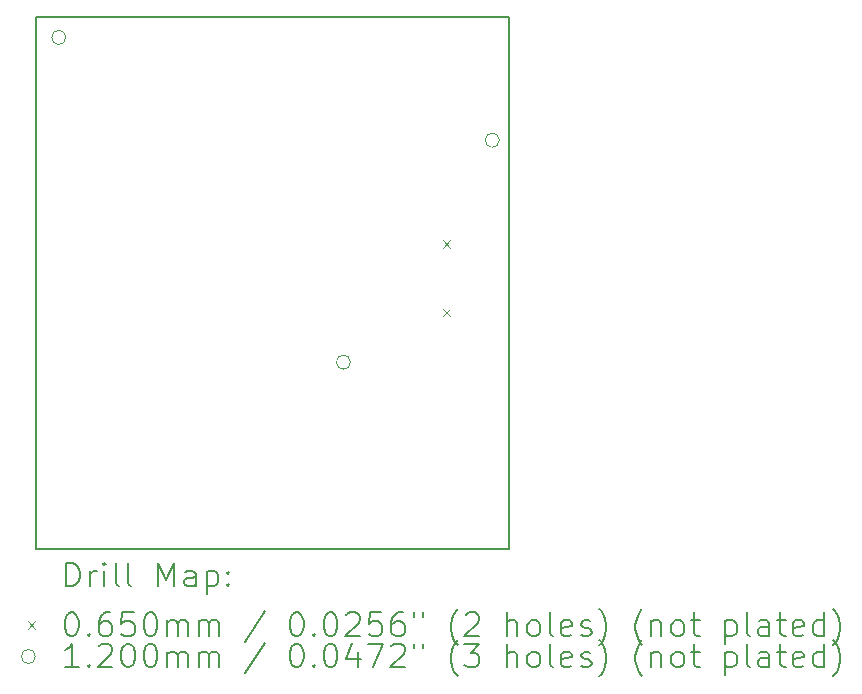
<source format=gbr>
%TF.GenerationSoftware,KiCad,Pcbnew,7.0.3-24-g09febce4ce*%
%TF.CreationDate,2023-05-24T02:24:57-07:00*%
%TF.ProjectId,t962,74393632-2e6b-4696-9361-645f70636258,2.0*%
%TF.SameCoordinates,Original*%
%TF.FileFunction,Drillmap*%
%TF.FilePolarity,Positive*%
%FSLAX45Y45*%
G04 Gerber Fmt 4.5, Leading zero omitted, Abs format (unit mm)*
G04 Created by KiCad (PCBNEW 7.0.3-24-g09febce4ce) date 2023-05-24 02:24:57*
%MOMM*%
%LPD*%
G01*
G04 APERTURE LIST*
%ADD10C,0.150000*%
%ADD11C,0.200000*%
%ADD12C,0.065000*%
%ADD13C,0.120000*%
G04 APERTURE END LIST*
D10*
X16790000Y-7610000D02*
X16380000Y-7610000D01*
X16790000Y-3110000D02*
X16790000Y-7610000D01*
X12790000Y-7610000D02*
X16380000Y-7610000D01*
X12790000Y-3110000D02*
X12790000Y-7610000D01*
X16790000Y-3110000D02*
X12790000Y-3110000D01*
D11*
D12*
X16229500Y-4998500D02*
X16294500Y-5063500D01*
X16294500Y-4998500D02*
X16229500Y-5063500D01*
X16229500Y-5576500D02*
X16294500Y-5641500D01*
X16294500Y-5576500D02*
X16229500Y-5641500D01*
D13*
X13040000Y-3280000D02*
G75*
G03*
X13040000Y-3280000I-60000J0D01*
G01*
X15450000Y-6030000D02*
G75*
G03*
X15450000Y-6030000I-60000J0D01*
G01*
X16710000Y-4150000D02*
G75*
G03*
X16710000Y-4150000I-60000J0D01*
G01*
D11*
X13043277Y-7928984D02*
X13043277Y-7728984D01*
X13043277Y-7728984D02*
X13090896Y-7728984D01*
X13090896Y-7728984D02*
X13119467Y-7738508D01*
X13119467Y-7738508D02*
X13138515Y-7757555D01*
X13138515Y-7757555D02*
X13148039Y-7776603D01*
X13148039Y-7776603D02*
X13157562Y-7814698D01*
X13157562Y-7814698D02*
X13157562Y-7843269D01*
X13157562Y-7843269D02*
X13148039Y-7881365D01*
X13148039Y-7881365D02*
X13138515Y-7900412D01*
X13138515Y-7900412D02*
X13119467Y-7919460D01*
X13119467Y-7919460D02*
X13090896Y-7928984D01*
X13090896Y-7928984D02*
X13043277Y-7928984D01*
X13243277Y-7928984D02*
X13243277Y-7795650D01*
X13243277Y-7833746D02*
X13252801Y-7814698D01*
X13252801Y-7814698D02*
X13262324Y-7805174D01*
X13262324Y-7805174D02*
X13281372Y-7795650D01*
X13281372Y-7795650D02*
X13300420Y-7795650D01*
X13367086Y-7928984D02*
X13367086Y-7795650D01*
X13367086Y-7728984D02*
X13357562Y-7738508D01*
X13357562Y-7738508D02*
X13367086Y-7748031D01*
X13367086Y-7748031D02*
X13376610Y-7738508D01*
X13376610Y-7738508D02*
X13367086Y-7728984D01*
X13367086Y-7728984D02*
X13367086Y-7748031D01*
X13490896Y-7928984D02*
X13471848Y-7919460D01*
X13471848Y-7919460D02*
X13462324Y-7900412D01*
X13462324Y-7900412D02*
X13462324Y-7728984D01*
X13595658Y-7928984D02*
X13576610Y-7919460D01*
X13576610Y-7919460D02*
X13567086Y-7900412D01*
X13567086Y-7900412D02*
X13567086Y-7728984D01*
X13824229Y-7928984D02*
X13824229Y-7728984D01*
X13824229Y-7728984D02*
X13890896Y-7871841D01*
X13890896Y-7871841D02*
X13957562Y-7728984D01*
X13957562Y-7728984D02*
X13957562Y-7928984D01*
X14138515Y-7928984D02*
X14138515Y-7824222D01*
X14138515Y-7824222D02*
X14128991Y-7805174D01*
X14128991Y-7805174D02*
X14109943Y-7795650D01*
X14109943Y-7795650D02*
X14071848Y-7795650D01*
X14071848Y-7795650D02*
X14052801Y-7805174D01*
X14138515Y-7919460D02*
X14119467Y-7928984D01*
X14119467Y-7928984D02*
X14071848Y-7928984D01*
X14071848Y-7928984D02*
X14052801Y-7919460D01*
X14052801Y-7919460D02*
X14043277Y-7900412D01*
X14043277Y-7900412D02*
X14043277Y-7881365D01*
X14043277Y-7881365D02*
X14052801Y-7862317D01*
X14052801Y-7862317D02*
X14071848Y-7852793D01*
X14071848Y-7852793D02*
X14119467Y-7852793D01*
X14119467Y-7852793D02*
X14138515Y-7843269D01*
X14233753Y-7795650D02*
X14233753Y-7995650D01*
X14233753Y-7805174D02*
X14252801Y-7795650D01*
X14252801Y-7795650D02*
X14290896Y-7795650D01*
X14290896Y-7795650D02*
X14309943Y-7805174D01*
X14309943Y-7805174D02*
X14319467Y-7814698D01*
X14319467Y-7814698D02*
X14328991Y-7833746D01*
X14328991Y-7833746D02*
X14328991Y-7890888D01*
X14328991Y-7890888D02*
X14319467Y-7909936D01*
X14319467Y-7909936D02*
X14309943Y-7919460D01*
X14309943Y-7919460D02*
X14290896Y-7928984D01*
X14290896Y-7928984D02*
X14252801Y-7928984D01*
X14252801Y-7928984D02*
X14233753Y-7919460D01*
X14414705Y-7909936D02*
X14424229Y-7919460D01*
X14424229Y-7919460D02*
X14414705Y-7928984D01*
X14414705Y-7928984D02*
X14405182Y-7919460D01*
X14405182Y-7919460D02*
X14414705Y-7909936D01*
X14414705Y-7909936D02*
X14414705Y-7928984D01*
X14414705Y-7805174D02*
X14424229Y-7814698D01*
X14424229Y-7814698D02*
X14414705Y-7824222D01*
X14414705Y-7824222D02*
X14405182Y-7814698D01*
X14405182Y-7814698D02*
X14414705Y-7805174D01*
X14414705Y-7805174D02*
X14414705Y-7824222D01*
D12*
X12717500Y-8225000D02*
X12782500Y-8290000D01*
X12782500Y-8225000D02*
X12717500Y-8290000D01*
D11*
X13081372Y-8148984D02*
X13100420Y-8148984D01*
X13100420Y-8148984D02*
X13119467Y-8158508D01*
X13119467Y-8158508D02*
X13128991Y-8168031D01*
X13128991Y-8168031D02*
X13138515Y-8187079D01*
X13138515Y-8187079D02*
X13148039Y-8225174D01*
X13148039Y-8225174D02*
X13148039Y-8272793D01*
X13148039Y-8272793D02*
X13138515Y-8310888D01*
X13138515Y-8310888D02*
X13128991Y-8329936D01*
X13128991Y-8329936D02*
X13119467Y-8339460D01*
X13119467Y-8339460D02*
X13100420Y-8348984D01*
X13100420Y-8348984D02*
X13081372Y-8348984D01*
X13081372Y-8348984D02*
X13062324Y-8339460D01*
X13062324Y-8339460D02*
X13052801Y-8329936D01*
X13052801Y-8329936D02*
X13043277Y-8310888D01*
X13043277Y-8310888D02*
X13033753Y-8272793D01*
X13033753Y-8272793D02*
X13033753Y-8225174D01*
X13033753Y-8225174D02*
X13043277Y-8187079D01*
X13043277Y-8187079D02*
X13052801Y-8168031D01*
X13052801Y-8168031D02*
X13062324Y-8158508D01*
X13062324Y-8158508D02*
X13081372Y-8148984D01*
X13233753Y-8329936D02*
X13243277Y-8339460D01*
X13243277Y-8339460D02*
X13233753Y-8348984D01*
X13233753Y-8348984D02*
X13224229Y-8339460D01*
X13224229Y-8339460D02*
X13233753Y-8329936D01*
X13233753Y-8329936D02*
X13233753Y-8348984D01*
X13414705Y-8148984D02*
X13376610Y-8148984D01*
X13376610Y-8148984D02*
X13357562Y-8158508D01*
X13357562Y-8158508D02*
X13348039Y-8168031D01*
X13348039Y-8168031D02*
X13328991Y-8196603D01*
X13328991Y-8196603D02*
X13319467Y-8234698D01*
X13319467Y-8234698D02*
X13319467Y-8310888D01*
X13319467Y-8310888D02*
X13328991Y-8329936D01*
X13328991Y-8329936D02*
X13338515Y-8339460D01*
X13338515Y-8339460D02*
X13357562Y-8348984D01*
X13357562Y-8348984D02*
X13395658Y-8348984D01*
X13395658Y-8348984D02*
X13414705Y-8339460D01*
X13414705Y-8339460D02*
X13424229Y-8329936D01*
X13424229Y-8329936D02*
X13433753Y-8310888D01*
X13433753Y-8310888D02*
X13433753Y-8263269D01*
X13433753Y-8263269D02*
X13424229Y-8244222D01*
X13424229Y-8244222D02*
X13414705Y-8234698D01*
X13414705Y-8234698D02*
X13395658Y-8225174D01*
X13395658Y-8225174D02*
X13357562Y-8225174D01*
X13357562Y-8225174D02*
X13338515Y-8234698D01*
X13338515Y-8234698D02*
X13328991Y-8244222D01*
X13328991Y-8244222D02*
X13319467Y-8263269D01*
X13614705Y-8148984D02*
X13519467Y-8148984D01*
X13519467Y-8148984D02*
X13509943Y-8244222D01*
X13509943Y-8244222D02*
X13519467Y-8234698D01*
X13519467Y-8234698D02*
X13538515Y-8225174D01*
X13538515Y-8225174D02*
X13586134Y-8225174D01*
X13586134Y-8225174D02*
X13605182Y-8234698D01*
X13605182Y-8234698D02*
X13614705Y-8244222D01*
X13614705Y-8244222D02*
X13624229Y-8263269D01*
X13624229Y-8263269D02*
X13624229Y-8310888D01*
X13624229Y-8310888D02*
X13614705Y-8329936D01*
X13614705Y-8329936D02*
X13605182Y-8339460D01*
X13605182Y-8339460D02*
X13586134Y-8348984D01*
X13586134Y-8348984D02*
X13538515Y-8348984D01*
X13538515Y-8348984D02*
X13519467Y-8339460D01*
X13519467Y-8339460D02*
X13509943Y-8329936D01*
X13748039Y-8148984D02*
X13767086Y-8148984D01*
X13767086Y-8148984D02*
X13786134Y-8158508D01*
X13786134Y-8158508D02*
X13795658Y-8168031D01*
X13795658Y-8168031D02*
X13805182Y-8187079D01*
X13805182Y-8187079D02*
X13814705Y-8225174D01*
X13814705Y-8225174D02*
X13814705Y-8272793D01*
X13814705Y-8272793D02*
X13805182Y-8310888D01*
X13805182Y-8310888D02*
X13795658Y-8329936D01*
X13795658Y-8329936D02*
X13786134Y-8339460D01*
X13786134Y-8339460D02*
X13767086Y-8348984D01*
X13767086Y-8348984D02*
X13748039Y-8348984D01*
X13748039Y-8348984D02*
X13728991Y-8339460D01*
X13728991Y-8339460D02*
X13719467Y-8329936D01*
X13719467Y-8329936D02*
X13709943Y-8310888D01*
X13709943Y-8310888D02*
X13700420Y-8272793D01*
X13700420Y-8272793D02*
X13700420Y-8225174D01*
X13700420Y-8225174D02*
X13709943Y-8187079D01*
X13709943Y-8187079D02*
X13719467Y-8168031D01*
X13719467Y-8168031D02*
X13728991Y-8158508D01*
X13728991Y-8158508D02*
X13748039Y-8148984D01*
X13900420Y-8348984D02*
X13900420Y-8215650D01*
X13900420Y-8234698D02*
X13909943Y-8225174D01*
X13909943Y-8225174D02*
X13928991Y-8215650D01*
X13928991Y-8215650D02*
X13957563Y-8215650D01*
X13957563Y-8215650D02*
X13976610Y-8225174D01*
X13976610Y-8225174D02*
X13986134Y-8244222D01*
X13986134Y-8244222D02*
X13986134Y-8348984D01*
X13986134Y-8244222D02*
X13995658Y-8225174D01*
X13995658Y-8225174D02*
X14014705Y-8215650D01*
X14014705Y-8215650D02*
X14043277Y-8215650D01*
X14043277Y-8215650D02*
X14062324Y-8225174D01*
X14062324Y-8225174D02*
X14071848Y-8244222D01*
X14071848Y-8244222D02*
X14071848Y-8348984D01*
X14167086Y-8348984D02*
X14167086Y-8215650D01*
X14167086Y-8234698D02*
X14176610Y-8225174D01*
X14176610Y-8225174D02*
X14195658Y-8215650D01*
X14195658Y-8215650D02*
X14224229Y-8215650D01*
X14224229Y-8215650D02*
X14243277Y-8225174D01*
X14243277Y-8225174D02*
X14252801Y-8244222D01*
X14252801Y-8244222D02*
X14252801Y-8348984D01*
X14252801Y-8244222D02*
X14262324Y-8225174D01*
X14262324Y-8225174D02*
X14281372Y-8215650D01*
X14281372Y-8215650D02*
X14309943Y-8215650D01*
X14309943Y-8215650D02*
X14328991Y-8225174D01*
X14328991Y-8225174D02*
X14338515Y-8244222D01*
X14338515Y-8244222D02*
X14338515Y-8348984D01*
X14728991Y-8139460D02*
X14557563Y-8396603D01*
X14986134Y-8148984D02*
X15005182Y-8148984D01*
X15005182Y-8148984D02*
X15024229Y-8158508D01*
X15024229Y-8158508D02*
X15033753Y-8168031D01*
X15033753Y-8168031D02*
X15043277Y-8187079D01*
X15043277Y-8187079D02*
X15052801Y-8225174D01*
X15052801Y-8225174D02*
X15052801Y-8272793D01*
X15052801Y-8272793D02*
X15043277Y-8310888D01*
X15043277Y-8310888D02*
X15033753Y-8329936D01*
X15033753Y-8329936D02*
X15024229Y-8339460D01*
X15024229Y-8339460D02*
X15005182Y-8348984D01*
X15005182Y-8348984D02*
X14986134Y-8348984D01*
X14986134Y-8348984D02*
X14967086Y-8339460D01*
X14967086Y-8339460D02*
X14957563Y-8329936D01*
X14957563Y-8329936D02*
X14948039Y-8310888D01*
X14948039Y-8310888D02*
X14938515Y-8272793D01*
X14938515Y-8272793D02*
X14938515Y-8225174D01*
X14938515Y-8225174D02*
X14948039Y-8187079D01*
X14948039Y-8187079D02*
X14957563Y-8168031D01*
X14957563Y-8168031D02*
X14967086Y-8158508D01*
X14967086Y-8158508D02*
X14986134Y-8148984D01*
X15138515Y-8329936D02*
X15148039Y-8339460D01*
X15148039Y-8339460D02*
X15138515Y-8348984D01*
X15138515Y-8348984D02*
X15128991Y-8339460D01*
X15128991Y-8339460D02*
X15138515Y-8329936D01*
X15138515Y-8329936D02*
X15138515Y-8348984D01*
X15271848Y-8148984D02*
X15290896Y-8148984D01*
X15290896Y-8148984D02*
X15309944Y-8158508D01*
X15309944Y-8158508D02*
X15319467Y-8168031D01*
X15319467Y-8168031D02*
X15328991Y-8187079D01*
X15328991Y-8187079D02*
X15338515Y-8225174D01*
X15338515Y-8225174D02*
X15338515Y-8272793D01*
X15338515Y-8272793D02*
X15328991Y-8310888D01*
X15328991Y-8310888D02*
X15319467Y-8329936D01*
X15319467Y-8329936D02*
X15309944Y-8339460D01*
X15309944Y-8339460D02*
X15290896Y-8348984D01*
X15290896Y-8348984D02*
X15271848Y-8348984D01*
X15271848Y-8348984D02*
X15252801Y-8339460D01*
X15252801Y-8339460D02*
X15243277Y-8329936D01*
X15243277Y-8329936D02*
X15233753Y-8310888D01*
X15233753Y-8310888D02*
X15224229Y-8272793D01*
X15224229Y-8272793D02*
X15224229Y-8225174D01*
X15224229Y-8225174D02*
X15233753Y-8187079D01*
X15233753Y-8187079D02*
X15243277Y-8168031D01*
X15243277Y-8168031D02*
X15252801Y-8158508D01*
X15252801Y-8158508D02*
X15271848Y-8148984D01*
X15414706Y-8168031D02*
X15424229Y-8158508D01*
X15424229Y-8158508D02*
X15443277Y-8148984D01*
X15443277Y-8148984D02*
X15490896Y-8148984D01*
X15490896Y-8148984D02*
X15509944Y-8158508D01*
X15509944Y-8158508D02*
X15519467Y-8168031D01*
X15519467Y-8168031D02*
X15528991Y-8187079D01*
X15528991Y-8187079D02*
X15528991Y-8206127D01*
X15528991Y-8206127D02*
X15519467Y-8234698D01*
X15519467Y-8234698D02*
X15405182Y-8348984D01*
X15405182Y-8348984D02*
X15528991Y-8348984D01*
X15709944Y-8148984D02*
X15614706Y-8148984D01*
X15614706Y-8148984D02*
X15605182Y-8244222D01*
X15605182Y-8244222D02*
X15614706Y-8234698D01*
X15614706Y-8234698D02*
X15633753Y-8225174D01*
X15633753Y-8225174D02*
X15681372Y-8225174D01*
X15681372Y-8225174D02*
X15700420Y-8234698D01*
X15700420Y-8234698D02*
X15709944Y-8244222D01*
X15709944Y-8244222D02*
X15719467Y-8263269D01*
X15719467Y-8263269D02*
X15719467Y-8310888D01*
X15719467Y-8310888D02*
X15709944Y-8329936D01*
X15709944Y-8329936D02*
X15700420Y-8339460D01*
X15700420Y-8339460D02*
X15681372Y-8348984D01*
X15681372Y-8348984D02*
X15633753Y-8348984D01*
X15633753Y-8348984D02*
X15614706Y-8339460D01*
X15614706Y-8339460D02*
X15605182Y-8329936D01*
X15890896Y-8148984D02*
X15852801Y-8148984D01*
X15852801Y-8148984D02*
X15833753Y-8158508D01*
X15833753Y-8158508D02*
X15824229Y-8168031D01*
X15824229Y-8168031D02*
X15805182Y-8196603D01*
X15805182Y-8196603D02*
X15795658Y-8234698D01*
X15795658Y-8234698D02*
X15795658Y-8310888D01*
X15795658Y-8310888D02*
X15805182Y-8329936D01*
X15805182Y-8329936D02*
X15814706Y-8339460D01*
X15814706Y-8339460D02*
X15833753Y-8348984D01*
X15833753Y-8348984D02*
X15871848Y-8348984D01*
X15871848Y-8348984D02*
X15890896Y-8339460D01*
X15890896Y-8339460D02*
X15900420Y-8329936D01*
X15900420Y-8329936D02*
X15909944Y-8310888D01*
X15909944Y-8310888D02*
X15909944Y-8263269D01*
X15909944Y-8263269D02*
X15900420Y-8244222D01*
X15900420Y-8244222D02*
X15890896Y-8234698D01*
X15890896Y-8234698D02*
X15871848Y-8225174D01*
X15871848Y-8225174D02*
X15833753Y-8225174D01*
X15833753Y-8225174D02*
X15814706Y-8234698D01*
X15814706Y-8234698D02*
X15805182Y-8244222D01*
X15805182Y-8244222D02*
X15795658Y-8263269D01*
X15986134Y-8148984D02*
X15986134Y-8187079D01*
X16062325Y-8148984D02*
X16062325Y-8187079D01*
X16357563Y-8425174D02*
X16348039Y-8415650D01*
X16348039Y-8415650D02*
X16328991Y-8387079D01*
X16328991Y-8387079D02*
X16319468Y-8368031D01*
X16319468Y-8368031D02*
X16309944Y-8339460D01*
X16309944Y-8339460D02*
X16300420Y-8291841D01*
X16300420Y-8291841D02*
X16300420Y-8253746D01*
X16300420Y-8253746D02*
X16309944Y-8206127D01*
X16309944Y-8206127D02*
X16319468Y-8177555D01*
X16319468Y-8177555D02*
X16328991Y-8158508D01*
X16328991Y-8158508D02*
X16348039Y-8129936D01*
X16348039Y-8129936D02*
X16357563Y-8120412D01*
X16424229Y-8168031D02*
X16433753Y-8158508D01*
X16433753Y-8158508D02*
X16452801Y-8148984D01*
X16452801Y-8148984D02*
X16500420Y-8148984D01*
X16500420Y-8148984D02*
X16519468Y-8158508D01*
X16519468Y-8158508D02*
X16528991Y-8168031D01*
X16528991Y-8168031D02*
X16538515Y-8187079D01*
X16538515Y-8187079D02*
X16538515Y-8206127D01*
X16538515Y-8206127D02*
X16528991Y-8234698D01*
X16528991Y-8234698D02*
X16414706Y-8348984D01*
X16414706Y-8348984D02*
X16538515Y-8348984D01*
X16776610Y-8348984D02*
X16776610Y-8148984D01*
X16862325Y-8348984D02*
X16862325Y-8244222D01*
X16862325Y-8244222D02*
X16852801Y-8225174D01*
X16852801Y-8225174D02*
X16833753Y-8215650D01*
X16833753Y-8215650D02*
X16805182Y-8215650D01*
X16805182Y-8215650D02*
X16786134Y-8225174D01*
X16786134Y-8225174D02*
X16776610Y-8234698D01*
X16986134Y-8348984D02*
X16967087Y-8339460D01*
X16967087Y-8339460D02*
X16957563Y-8329936D01*
X16957563Y-8329936D02*
X16948039Y-8310888D01*
X16948039Y-8310888D02*
X16948039Y-8253746D01*
X16948039Y-8253746D02*
X16957563Y-8234698D01*
X16957563Y-8234698D02*
X16967087Y-8225174D01*
X16967087Y-8225174D02*
X16986134Y-8215650D01*
X16986134Y-8215650D02*
X17014706Y-8215650D01*
X17014706Y-8215650D02*
X17033753Y-8225174D01*
X17033753Y-8225174D02*
X17043277Y-8234698D01*
X17043277Y-8234698D02*
X17052801Y-8253746D01*
X17052801Y-8253746D02*
X17052801Y-8310888D01*
X17052801Y-8310888D02*
X17043277Y-8329936D01*
X17043277Y-8329936D02*
X17033753Y-8339460D01*
X17033753Y-8339460D02*
X17014706Y-8348984D01*
X17014706Y-8348984D02*
X16986134Y-8348984D01*
X17167087Y-8348984D02*
X17148039Y-8339460D01*
X17148039Y-8339460D02*
X17138515Y-8320412D01*
X17138515Y-8320412D02*
X17138515Y-8148984D01*
X17319468Y-8339460D02*
X17300420Y-8348984D01*
X17300420Y-8348984D02*
X17262325Y-8348984D01*
X17262325Y-8348984D02*
X17243277Y-8339460D01*
X17243277Y-8339460D02*
X17233753Y-8320412D01*
X17233753Y-8320412D02*
X17233753Y-8244222D01*
X17233753Y-8244222D02*
X17243277Y-8225174D01*
X17243277Y-8225174D02*
X17262325Y-8215650D01*
X17262325Y-8215650D02*
X17300420Y-8215650D01*
X17300420Y-8215650D02*
X17319468Y-8225174D01*
X17319468Y-8225174D02*
X17328992Y-8244222D01*
X17328992Y-8244222D02*
X17328992Y-8263269D01*
X17328992Y-8263269D02*
X17233753Y-8282317D01*
X17405182Y-8339460D02*
X17424230Y-8348984D01*
X17424230Y-8348984D02*
X17462325Y-8348984D01*
X17462325Y-8348984D02*
X17481373Y-8339460D01*
X17481373Y-8339460D02*
X17490896Y-8320412D01*
X17490896Y-8320412D02*
X17490896Y-8310888D01*
X17490896Y-8310888D02*
X17481373Y-8291841D01*
X17481373Y-8291841D02*
X17462325Y-8282317D01*
X17462325Y-8282317D02*
X17433753Y-8282317D01*
X17433753Y-8282317D02*
X17414706Y-8272793D01*
X17414706Y-8272793D02*
X17405182Y-8253746D01*
X17405182Y-8253746D02*
X17405182Y-8244222D01*
X17405182Y-8244222D02*
X17414706Y-8225174D01*
X17414706Y-8225174D02*
X17433753Y-8215650D01*
X17433753Y-8215650D02*
X17462325Y-8215650D01*
X17462325Y-8215650D02*
X17481373Y-8225174D01*
X17557563Y-8425174D02*
X17567087Y-8415650D01*
X17567087Y-8415650D02*
X17586134Y-8387079D01*
X17586134Y-8387079D02*
X17595658Y-8368031D01*
X17595658Y-8368031D02*
X17605182Y-8339460D01*
X17605182Y-8339460D02*
X17614706Y-8291841D01*
X17614706Y-8291841D02*
X17614706Y-8253746D01*
X17614706Y-8253746D02*
X17605182Y-8206127D01*
X17605182Y-8206127D02*
X17595658Y-8177555D01*
X17595658Y-8177555D02*
X17586134Y-8158508D01*
X17586134Y-8158508D02*
X17567087Y-8129936D01*
X17567087Y-8129936D02*
X17557563Y-8120412D01*
X17919468Y-8425174D02*
X17909944Y-8415650D01*
X17909944Y-8415650D02*
X17890896Y-8387079D01*
X17890896Y-8387079D02*
X17881373Y-8368031D01*
X17881373Y-8368031D02*
X17871849Y-8339460D01*
X17871849Y-8339460D02*
X17862325Y-8291841D01*
X17862325Y-8291841D02*
X17862325Y-8253746D01*
X17862325Y-8253746D02*
X17871849Y-8206127D01*
X17871849Y-8206127D02*
X17881373Y-8177555D01*
X17881373Y-8177555D02*
X17890896Y-8158508D01*
X17890896Y-8158508D02*
X17909944Y-8129936D01*
X17909944Y-8129936D02*
X17919468Y-8120412D01*
X17995658Y-8215650D02*
X17995658Y-8348984D01*
X17995658Y-8234698D02*
X18005182Y-8225174D01*
X18005182Y-8225174D02*
X18024230Y-8215650D01*
X18024230Y-8215650D02*
X18052801Y-8215650D01*
X18052801Y-8215650D02*
X18071849Y-8225174D01*
X18071849Y-8225174D02*
X18081373Y-8244222D01*
X18081373Y-8244222D02*
X18081373Y-8348984D01*
X18205182Y-8348984D02*
X18186134Y-8339460D01*
X18186134Y-8339460D02*
X18176611Y-8329936D01*
X18176611Y-8329936D02*
X18167087Y-8310888D01*
X18167087Y-8310888D02*
X18167087Y-8253746D01*
X18167087Y-8253746D02*
X18176611Y-8234698D01*
X18176611Y-8234698D02*
X18186134Y-8225174D01*
X18186134Y-8225174D02*
X18205182Y-8215650D01*
X18205182Y-8215650D02*
X18233754Y-8215650D01*
X18233754Y-8215650D02*
X18252801Y-8225174D01*
X18252801Y-8225174D02*
X18262325Y-8234698D01*
X18262325Y-8234698D02*
X18271849Y-8253746D01*
X18271849Y-8253746D02*
X18271849Y-8310888D01*
X18271849Y-8310888D02*
X18262325Y-8329936D01*
X18262325Y-8329936D02*
X18252801Y-8339460D01*
X18252801Y-8339460D02*
X18233754Y-8348984D01*
X18233754Y-8348984D02*
X18205182Y-8348984D01*
X18328992Y-8215650D02*
X18405182Y-8215650D01*
X18357563Y-8148984D02*
X18357563Y-8320412D01*
X18357563Y-8320412D02*
X18367087Y-8339460D01*
X18367087Y-8339460D02*
X18386134Y-8348984D01*
X18386134Y-8348984D02*
X18405182Y-8348984D01*
X18624230Y-8215650D02*
X18624230Y-8415650D01*
X18624230Y-8225174D02*
X18643277Y-8215650D01*
X18643277Y-8215650D02*
X18681373Y-8215650D01*
X18681373Y-8215650D02*
X18700420Y-8225174D01*
X18700420Y-8225174D02*
X18709944Y-8234698D01*
X18709944Y-8234698D02*
X18719468Y-8253746D01*
X18719468Y-8253746D02*
X18719468Y-8310888D01*
X18719468Y-8310888D02*
X18709944Y-8329936D01*
X18709944Y-8329936D02*
X18700420Y-8339460D01*
X18700420Y-8339460D02*
X18681373Y-8348984D01*
X18681373Y-8348984D02*
X18643277Y-8348984D01*
X18643277Y-8348984D02*
X18624230Y-8339460D01*
X18833754Y-8348984D02*
X18814706Y-8339460D01*
X18814706Y-8339460D02*
X18805182Y-8320412D01*
X18805182Y-8320412D02*
X18805182Y-8148984D01*
X18995658Y-8348984D02*
X18995658Y-8244222D01*
X18995658Y-8244222D02*
X18986135Y-8225174D01*
X18986135Y-8225174D02*
X18967087Y-8215650D01*
X18967087Y-8215650D02*
X18928992Y-8215650D01*
X18928992Y-8215650D02*
X18909944Y-8225174D01*
X18995658Y-8339460D02*
X18976611Y-8348984D01*
X18976611Y-8348984D02*
X18928992Y-8348984D01*
X18928992Y-8348984D02*
X18909944Y-8339460D01*
X18909944Y-8339460D02*
X18900420Y-8320412D01*
X18900420Y-8320412D02*
X18900420Y-8301365D01*
X18900420Y-8301365D02*
X18909944Y-8282317D01*
X18909944Y-8282317D02*
X18928992Y-8272793D01*
X18928992Y-8272793D02*
X18976611Y-8272793D01*
X18976611Y-8272793D02*
X18995658Y-8263269D01*
X19062325Y-8215650D02*
X19138515Y-8215650D01*
X19090896Y-8148984D02*
X19090896Y-8320412D01*
X19090896Y-8320412D02*
X19100420Y-8339460D01*
X19100420Y-8339460D02*
X19119468Y-8348984D01*
X19119468Y-8348984D02*
X19138515Y-8348984D01*
X19281373Y-8339460D02*
X19262325Y-8348984D01*
X19262325Y-8348984D02*
X19224230Y-8348984D01*
X19224230Y-8348984D02*
X19205182Y-8339460D01*
X19205182Y-8339460D02*
X19195658Y-8320412D01*
X19195658Y-8320412D02*
X19195658Y-8244222D01*
X19195658Y-8244222D02*
X19205182Y-8225174D01*
X19205182Y-8225174D02*
X19224230Y-8215650D01*
X19224230Y-8215650D02*
X19262325Y-8215650D01*
X19262325Y-8215650D02*
X19281373Y-8225174D01*
X19281373Y-8225174D02*
X19290896Y-8244222D01*
X19290896Y-8244222D02*
X19290896Y-8263269D01*
X19290896Y-8263269D02*
X19195658Y-8282317D01*
X19462325Y-8348984D02*
X19462325Y-8148984D01*
X19462325Y-8339460D02*
X19443277Y-8348984D01*
X19443277Y-8348984D02*
X19405182Y-8348984D01*
X19405182Y-8348984D02*
X19386135Y-8339460D01*
X19386135Y-8339460D02*
X19376611Y-8329936D01*
X19376611Y-8329936D02*
X19367087Y-8310888D01*
X19367087Y-8310888D02*
X19367087Y-8253746D01*
X19367087Y-8253746D02*
X19376611Y-8234698D01*
X19376611Y-8234698D02*
X19386135Y-8225174D01*
X19386135Y-8225174D02*
X19405182Y-8215650D01*
X19405182Y-8215650D02*
X19443277Y-8215650D01*
X19443277Y-8215650D02*
X19462325Y-8225174D01*
X19538516Y-8425174D02*
X19548039Y-8415650D01*
X19548039Y-8415650D02*
X19567087Y-8387079D01*
X19567087Y-8387079D02*
X19576611Y-8368031D01*
X19576611Y-8368031D02*
X19586135Y-8339460D01*
X19586135Y-8339460D02*
X19595658Y-8291841D01*
X19595658Y-8291841D02*
X19595658Y-8253746D01*
X19595658Y-8253746D02*
X19586135Y-8206127D01*
X19586135Y-8206127D02*
X19576611Y-8177555D01*
X19576611Y-8177555D02*
X19567087Y-8158508D01*
X19567087Y-8158508D02*
X19548039Y-8129936D01*
X19548039Y-8129936D02*
X19538516Y-8120412D01*
D13*
X12782500Y-8521500D02*
G75*
G03*
X12782500Y-8521500I-60000J0D01*
G01*
D11*
X13148039Y-8612984D02*
X13033753Y-8612984D01*
X13090896Y-8612984D02*
X13090896Y-8412984D01*
X13090896Y-8412984D02*
X13071848Y-8441555D01*
X13071848Y-8441555D02*
X13052801Y-8460603D01*
X13052801Y-8460603D02*
X13033753Y-8470127D01*
X13233753Y-8593936D02*
X13243277Y-8603460D01*
X13243277Y-8603460D02*
X13233753Y-8612984D01*
X13233753Y-8612984D02*
X13224229Y-8603460D01*
X13224229Y-8603460D02*
X13233753Y-8593936D01*
X13233753Y-8593936D02*
X13233753Y-8612984D01*
X13319467Y-8432031D02*
X13328991Y-8422508D01*
X13328991Y-8422508D02*
X13348039Y-8412984D01*
X13348039Y-8412984D02*
X13395658Y-8412984D01*
X13395658Y-8412984D02*
X13414705Y-8422508D01*
X13414705Y-8422508D02*
X13424229Y-8432031D01*
X13424229Y-8432031D02*
X13433753Y-8451079D01*
X13433753Y-8451079D02*
X13433753Y-8470127D01*
X13433753Y-8470127D02*
X13424229Y-8498698D01*
X13424229Y-8498698D02*
X13309943Y-8612984D01*
X13309943Y-8612984D02*
X13433753Y-8612984D01*
X13557562Y-8412984D02*
X13576610Y-8412984D01*
X13576610Y-8412984D02*
X13595658Y-8422508D01*
X13595658Y-8422508D02*
X13605182Y-8432031D01*
X13605182Y-8432031D02*
X13614705Y-8451079D01*
X13614705Y-8451079D02*
X13624229Y-8489174D01*
X13624229Y-8489174D02*
X13624229Y-8536793D01*
X13624229Y-8536793D02*
X13614705Y-8574889D01*
X13614705Y-8574889D02*
X13605182Y-8593936D01*
X13605182Y-8593936D02*
X13595658Y-8603460D01*
X13595658Y-8603460D02*
X13576610Y-8612984D01*
X13576610Y-8612984D02*
X13557562Y-8612984D01*
X13557562Y-8612984D02*
X13538515Y-8603460D01*
X13538515Y-8603460D02*
X13528991Y-8593936D01*
X13528991Y-8593936D02*
X13519467Y-8574889D01*
X13519467Y-8574889D02*
X13509943Y-8536793D01*
X13509943Y-8536793D02*
X13509943Y-8489174D01*
X13509943Y-8489174D02*
X13519467Y-8451079D01*
X13519467Y-8451079D02*
X13528991Y-8432031D01*
X13528991Y-8432031D02*
X13538515Y-8422508D01*
X13538515Y-8422508D02*
X13557562Y-8412984D01*
X13748039Y-8412984D02*
X13767086Y-8412984D01*
X13767086Y-8412984D02*
X13786134Y-8422508D01*
X13786134Y-8422508D02*
X13795658Y-8432031D01*
X13795658Y-8432031D02*
X13805182Y-8451079D01*
X13805182Y-8451079D02*
X13814705Y-8489174D01*
X13814705Y-8489174D02*
X13814705Y-8536793D01*
X13814705Y-8536793D02*
X13805182Y-8574889D01*
X13805182Y-8574889D02*
X13795658Y-8593936D01*
X13795658Y-8593936D02*
X13786134Y-8603460D01*
X13786134Y-8603460D02*
X13767086Y-8612984D01*
X13767086Y-8612984D02*
X13748039Y-8612984D01*
X13748039Y-8612984D02*
X13728991Y-8603460D01*
X13728991Y-8603460D02*
X13719467Y-8593936D01*
X13719467Y-8593936D02*
X13709943Y-8574889D01*
X13709943Y-8574889D02*
X13700420Y-8536793D01*
X13700420Y-8536793D02*
X13700420Y-8489174D01*
X13700420Y-8489174D02*
X13709943Y-8451079D01*
X13709943Y-8451079D02*
X13719467Y-8432031D01*
X13719467Y-8432031D02*
X13728991Y-8422508D01*
X13728991Y-8422508D02*
X13748039Y-8412984D01*
X13900420Y-8612984D02*
X13900420Y-8479650D01*
X13900420Y-8498698D02*
X13909943Y-8489174D01*
X13909943Y-8489174D02*
X13928991Y-8479650D01*
X13928991Y-8479650D02*
X13957563Y-8479650D01*
X13957563Y-8479650D02*
X13976610Y-8489174D01*
X13976610Y-8489174D02*
X13986134Y-8508222D01*
X13986134Y-8508222D02*
X13986134Y-8612984D01*
X13986134Y-8508222D02*
X13995658Y-8489174D01*
X13995658Y-8489174D02*
X14014705Y-8479650D01*
X14014705Y-8479650D02*
X14043277Y-8479650D01*
X14043277Y-8479650D02*
X14062324Y-8489174D01*
X14062324Y-8489174D02*
X14071848Y-8508222D01*
X14071848Y-8508222D02*
X14071848Y-8612984D01*
X14167086Y-8612984D02*
X14167086Y-8479650D01*
X14167086Y-8498698D02*
X14176610Y-8489174D01*
X14176610Y-8489174D02*
X14195658Y-8479650D01*
X14195658Y-8479650D02*
X14224229Y-8479650D01*
X14224229Y-8479650D02*
X14243277Y-8489174D01*
X14243277Y-8489174D02*
X14252801Y-8508222D01*
X14252801Y-8508222D02*
X14252801Y-8612984D01*
X14252801Y-8508222D02*
X14262324Y-8489174D01*
X14262324Y-8489174D02*
X14281372Y-8479650D01*
X14281372Y-8479650D02*
X14309943Y-8479650D01*
X14309943Y-8479650D02*
X14328991Y-8489174D01*
X14328991Y-8489174D02*
X14338515Y-8508222D01*
X14338515Y-8508222D02*
X14338515Y-8612984D01*
X14728991Y-8403460D02*
X14557563Y-8660603D01*
X14986134Y-8412984D02*
X15005182Y-8412984D01*
X15005182Y-8412984D02*
X15024229Y-8422508D01*
X15024229Y-8422508D02*
X15033753Y-8432031D01*
X15033753Y-8432031D02*
X15043277Y-8451079D01*
X15043277Y-8451079D02*
X15052801Y-8489174D01*
X15052801Y-8489174D02*
X15052801Y-8536793D01*
X15052801Y-8536793D02*
X15043277Y-8574889D01*
X15043277Y-8574889D02*
X15033753Y-8593936D01*
X15033753Y-8593936D02*
X15024229Y-8603460D01*
X15024229Y-8603460D02*
X15005182Y-8612984D01*
X15005182Y-8612984D02*
X14986134Y-8612984D01*
X14986134Y-8612984D02*
X14967086Y-8603460D01*
X14967086Y-8603460D02*
X14957563Y-8593936D01*
X14957563Y-8593936D02*
X14948039Y-8574889D01*
X14948039Y-8574889D02*
X14938515Y-8536793D01*
X14938515Y-8536793D02*
X14938515Y-8489174D01*
X14938515Y-8489174D02*
X14948039Y-8451079D01*
X14948039Y-8451079D02*
X14957563Y-8432031D01*
X14957563Y-8432031D02*
X14967086Y-8422508D01*
X14967086Y-8422508D02*
X14986134Y-8412984D01*
X15138515Y-8593936D02*
X15148039Y-8603460D01*
X15148039Y-8603460D02*
X15138515Y-8612984D01*
X15138515Y-8612984D02*
X15128991Y-8603460D01*
X15128991Y-8603460D02*
X15138515Y-8593936D01*
X15138515Y-8593936D02*
X15138515Y-8612984D01*
X15271848Y-8412984D02*
X15290896Y-8412984D01*
X15290896Y-8412984D02*
X15309944Y-8422508D01*
X15309944Y-8422508D02*
X15319467Y-8432031D01*
X15319467Y-8432031D02*
X15328991Y-8451079D01*
X15328991Y-8451079D02*
X15338515Y-8489174D01*
X15338515Y-8489174D02*
X15338515Y-8536793D01*
X15338515Y-8536793D02*
X15328991Y-8574889D01*
X15328991Y-8574889D02*
X15319467Y-8593936D01*
X15319467Y-8593936D02*
X15309944Y-8603460D01*
X15309944Y-8603460D02*
X15290896Y-8612984D01*
X15290896Y-8612984D02*
X15271848Y-8612984D01*
X15271848Y-8612984D02*
X15252801Y-8603460D01*
X15252801Y-8603460D02*
X15243277Y-8593936D01*
X15243277Y-8593936D02*
X15233753Y-8574889D01*
X15233753Y-8574889D02*
X15224229Y-8536793D01*
X15224229Y-8536793D02*
X15224229Y-8489174D01*
X15224229Y-8489174D02*
X15233753Y-8451079D01*
X15233753Y-8451079D02*
X15243277Y-8432031D01*
X15243277Y-8432031D02*
X15252801Y-8422508D01*
X15252801Y-8422508D02*
X15271848Y-8412984D01*
X15509944Y-8479650D02*
X15509944Y-8612984D01*
X15462325Y-8403460D02*
X15414706Y-8546317D01*
X15414706Y-8546317D02*
X15538515Y-8546317D01*
X15595658Y-8412984D02*
X15728991Y-8412984D01*
X15728991Y-8412984D02*
X15643277Y-8612984D01*
X15795658Y-8432031D02*
X15805182Y-8422508D01*
X15805182Y-8422508D02*
X15824229Y-8412984D01*
X15824229Y-8412984D02*
X15871848Y-8412984D01*
X15871848Y-8412984D02*
X15890896Y-8422508D01*
X15890896Y-8422508D02*
X15900420Y-8432031D01*
X15900420Y-8432031D02*
X15909944Y-8451079D01*
X15909944Y-8451079D02*
X15909944Y-8470127D01*
X15909944Y-8470127D02*
X15900420Y-8498698D01*
X15900420Y-8498698D02*
X15786134Y-8612984D01*
X15786134Y-8612984D02*
X15909944Y-8612984D01*
X15986134Y-8412984D02*
X15986134Y-8451079D01*
X16062325Y-8412984D02*
X16062325Y-8451079D01*
X16357563Y-8689174D02*
X16348039Y-8679650D01*
X16348039Y-8679650D02*
X16328991Y-8651079D01*
X16328991Y-8651079D02*
X16319468Y-8632031D01*
X16319468Y-8632031D02*
X16309944Y-8603460D01*
X16309944Y-8603460D02*
X16300420Y-8555841D01*
X16300420Y-8555841D02*
X16300420Y-8517746D01*
X16300420Y-8517746D02*
X16309944Y-8470127D01*
X16309944Y-8470127D02*
X16319468Y-8441555D01*
X16319468Y-8441555D02*
X16328991Y-8422508D01*
X16328991Y-8422508D02*
X16348039Y-8393936D01*
X16348039Y-8393936D02*
X16357563Y-8384412D01*
X16414706Y-8412984D02*
X16538515Y-8412984D01*
X16538515Y-8412984D02*
X16471848Y-8489174D01*
X16471848Y-8489174D02*
X16500420Y-8489174D01*
X16500420Y-8489174D02*
X16519468Y-8498698D01*
X16519468Y-8498698D02*
X16528991Y-8508222D01*
X16528991Y-8508222D02*
X16538515Y-8527270D01*
X16538515Y-8527270D02*
X16538515Y-8574889D01*
X16538515Y-8574889D02*
X16528991Y-8593936D01*
X16528991Y-8593936D02*
X16519468Y-8603460D01*
X16519468Y-8603460D02*
X16500420Y-8612984D01*
X16500420Y-8612984D02*
X16443277Y-8612984D01*
X16443277Y-8612984D02*
X16424229Y-8603460D01*
X16424229Y-8603460D02*
X16414706Y-8593936D01*
X16776610Y-8612984D02*
X16776610Y-8412984D01*
X16862325Y-8612984D02*
X16862325Y-8508222D01*
X16862325Y-8508222D02*
X16852801Y-8489174D01*
X16852801Y-8489174D02*
X16833753Y-8479650D01*
X16833753Y-8479650D02*
X16805182Y-8479650D01*
X16805182Y-8479650D02*
X16786134Y-8489174D01*
X16786134Y-8489174D02*
X16776610Y-8498698D01*
X16986134Y-8612984D02*
X16967087Y-8603460D01*
X16967087Y-8603460D02*
X16957563Y-8593936D01*
X16957563Y-8593936D02*
X16948039Y-8574889D01*
X16948039Y-8574889D02*
X16948039Y-8517746D01*
X16948039Y-8517746D02*
X16957563Y-8498698D01*
X16957563Y-8498698D02*
X16967087Y-8489174D01*
X16967087Y-8489174D02*
X16986134Y-8479650D01*
X16986134Y-8479650D02*
X17014706Y-8479650D01*
X17014706Y-8479650D02*
X17033753Y-8489174D01*
X17033753Y-8489174D02*
X17043277Y-8498698D01*
X17043277Y-8498698D02*
X17052801Y-8517746D01*
X17052801Y-8517746D02*
X17052801Y-8574889D01*
X17052801Y-8574889D02*
X17043277Y-8593936D01*
X17043277Y-8593936D02*
X17033753Y-8603460D01*
X17033753Y-8603460D02*
X17014706Y-8612984D01*
X17014706Y-8612984D02*
X16986134Y-8612984D01*
X17167087Y-8612984D02*
X17148039Y-8603460D01*
X17148039Y-8603460D02*
X17138515Y-8584412D01*
X17138515Y-8584412D02*
X17138515Y-8412984D01*
X17319468Y-8603460D02*
X17300420Y-8612984D01*
X17300420Y-8612984D02*
X17262325Y-8612984D01*
X17262325Y-8612984D02*
X17243277Y-8603460D01*
X17243277Y-8603460D02*
X17233753Y-8584412D01*
X17233753Y-8584412D02*
X17233753Y-8508222D01*
X17233753Y-8508222D02*
X17243277Y-8489174D01*
X17243277Y-8489174D02*
X17262325Y-8479650D01*
X17262325Y-8479650D02*
X17300420Y-8479650D01*
X17300420Y-8479650D02*
X17319468Y-8489174D01*
X17319468Y-8489174D02*
X17328992Y-8508222D01*
X17328992Y-8508222D02*
X17328992Y-8527270D01*
X17328992Y-8527270D02*
X17233753Y-8546317D01*
X17405182Y-8603460D02*
X17424230Y-8612984D01*
X17424230Y-8612984D02*
X17462325Y-8612984D01*
X17462325Y-8612984D02*
X17481373Y-8603460D01*
X17481373Y-8603460D02*
X17490896Y-8584412D01*
X17490896Y-8584412D02*
X17490896Y-8574889D01*
X17490896Y-8574889D02*
X17481373Y-8555841D01*
X17481373Y-8555841D02*
X17462325Y-8546317D01*
X17462325Y-8546317D02*
X17433753Y-8546317D01*
X17433753Y-8546317D02*
X17414706Y-8536793D01*
X17414706Y-8536793D02*
X17405182Y-8517746D01*
X17405182Y-8517746D02*
X17405182Y-8508222D01*
X17405182Y-8508222D02*
X17414706Y-8489174D01*
X17414706Y-8489174D02*
X17433753Y-8479650D01*
X17433753Y-8479650D02*
X17462325Y-8479650D01*
X17462325Y-8479650D02*
X17481373Y-8489174D01*
X17557563Y-8689174D02*
X17567087Y-8679650D01*
X17567087Y-8679650D02*
X17586134Y-8651079D01*
X17586134Y-8651079D02*
X17595658Y-8632031D01*
X17595658Y-8632031D02*
X17605182Y-8603460D01*
X17605182Y-8603460D02*
X17614706Y-8555841D01*
X17614706Y-8555841D02*
X17614706Y-8517746D01*
X17614706Y-8517746D02*
X17605182Y-8470127D01*
X17605182Y-8470127D02*
X17595658Y-8441555D01*
X17595658Y-8441555D02*
X17586134Y-8422508D01*
X17586134Y-8422508D02*
X17567087Y-8393936D01*
X17567087Y-8393936D02*
X17557563Y-8384412D01*
X17919468Y-8689174D02*
X17909944Y-8679650D01*
X17909944Y-8679650D02*
X17890896Y-8651079D01*
X17890896Y-8651079D02*
X17881373Y-8632031D01*
X17881373Y-8632031D02*
X17871849Y-8603460D01*
X17871849Y-8603460D02*
X17862325Y-8555841D01*
X17862325Y-8555841D02*
X17862325Y-8517746D01*
X17862325Y-8517746D02*
X17871849Y-8470127D01*
X17871849Y-8470127D02*
X17881373Y-8441555D01*
X17881373Y-8441555D02*
X17890896Y-8422508D01*
X17890896Y-8422508D02*
X17909944Y-8393936D01*
X17909944Y-8393936D02*
X17919468Y-8384412D01*
X17995658Y-8479650D02*
X17995658Y-8612984D01*
X17995658Y-8498698D02*
X18005182Y-8489174D01*
X18005182Y-8489174D02*
X18024230Y-8479650D01*
X18024230Y-8479650D02*
X18052801Y-8479650D01*
X18052801Y-8479650D02*
X18071849Y-8489174D01*
X18071849Y-8489174D02*
X18081373Y-8508222D01*
X18081373Y-8508222D02*
X18081373Y-8612984D01*
X18205182Y-8612984D02*
X18186134Y-8603460D01*
X18186134Y-8603460D02*
X18176611Y-8593936D01*
X18176611Y-8593936D02*
X18167087Y-8574889D01*
X18167087Y-8574889D02*
X18167087Y-8517746D01*
X18167087Y-8517746D02*
X18176611Y-8498698D01*
X18176611Y-8498698D02*
X18186134Y-8489174D01*
X18186134Y-8489174D02*
X18205182Y-8479650D01*
X18205182Y-8479650D02*
X18233754Y-8479650D01*
X18233754Y-8479650D02*
X18252801Y-8489174D01*
X18252801Y-8489174D02*
X18262325Y-8498698D01*
X18262325Y-8498698D02*
X18271849Y-8517746D01*
X18271849Y-8517746D02*
X18271849Y-8574889D01*
X18271849Y-8574889D02*
X18262325Y-8593936D01*
X18262325Y-8593936D02*
X18252801Y-8603460D01*
X18252801Y-8603460D02*
X18233754Y-8612984D01*
X18233754Y-8612984D02*
X18205182Y-8612984D01*
X18328992Y-8479650D02*
X18405182Y-8479650D01*
X18357563Y-8412984D02*
X18357563Y-8584412D01*
X18357563Y-8584412D02*
X18367087Y-8603460D01*
X18367087Y-8603460D02*
X18386134Y-8612984D01*
X18386134Y-8612984D02*
X18405182Y-8612984D01*
X18624230Y-8479650D02*
X18624230Y-8679650D01*
X18624230Y-8489174D02*
X18643277Y-8479650D01*
X18643277Y-8479650D02*
X18681373Y-8479650D01*
X18681373Y-8479650D02*
X18700420Y-8489174D01*
X18700420Y-8489174D02*
X18709944Y-8498698D01*
X18709944Y-8498698D02*
X18719468Y-8517746D01*
X18719468Y-8517746D02*
X18719468Y-8574889D01*
X18719468Y-8574889D02*
X18709944Y-8593936D01*
X18709944Y-8593936D02*
X18700420Y-8603460D01*
X18700420Y-8603460D02*
X18681373Y-8612984D01*
X18681373Y-8612984D02*
X18643277Y-8612984D01*
X18643277Y-8612984D02*
X18624230Y-8603460D01*
X18833754Y-8612984D02*
X18814706Y-8603460D01*
X18814706Y-8603460D02*
X18805182Y-8584412D01*
X18805182Y-8584412D02*
X18805182Y-8412984D01*
X18995658Y-8612984D02*
X18995658Y-8508222D01*
X18995658Y-8508222D02*
X18986135Y-8489174D01*
X18986135Y-8489174D02*
X18967087Y-8479650D01*
X18967087Y-8479650D02*
X18928992Y-8479650D01*
X18928992Y-8479650D02*
X18909944Y-8489174D01*
X18995658Y-8603460D02*
X18976611Y-8612984D01*
X18976611Y-8612984D02*
X18928992Y-8612984D01*
X18928992Y-8612984D02*
X18909944Y-8603460D01*
X18909944Y-8603460D02*
X18900420Y-8584412D01*
X18900420Y-8584412D02*
X18900420Y-8565365D01*
X18900420Y-8565365D02*
X18909944Y-8546317D01*
X18909944Y-8546317D02*
X18928992Y-8536793D01*
X18928992Y-8536793D02*
X18976611Y-8536793D01*
X18976611Y-8536793D02*
X18995658Y-8527270D01*
X19062325Y-8479650D02*
X19138515Y-8479650D01*
X19090896Y-8412984D02*
X19090896Y-8584412D01*
X19090896Y-8584412D02*
X19100420Y-8603460D01*
X19100420Y-8603460D02*
X19119468Y-8612984D01*
X19119468Y-8612984D02*
X19138515Y-8612984D01*
X19281373Y-8603460D02*
X19262325Y-8612984D01*
X19262325Y-8612984D02*
X19224230Y-8612984D01*
X19224230Y-8612984D02*
X19205182Y-8603460D01*
X19205182Y-8603460D02*
X19195658Y-8584412D01*
X19195658Y-8584412D02*
X19195658Y-8508222D01*
X19195658Y-8508222D02*
X19205182Y-8489174D01*
X19205182Y-8489174D02*
X19224230Y-8479650D01*
X19224230Y-8479650D02*
X19262325Y-8479650D01*
X19262325Y-8479650D02*
X19281373Y-8489174D01*
X19281373Y-8489174D02*
X19290896Y-8508222D01*
X19290896Y-8508222D02*
X19290896Y-8527270D01*
X19290896Y-8527270D02*
X19195658Y-8546317D01*
X19462325Y-8612984D02*
X19462325Y-8412984D01*
X19462325Y-8603460D02*
X19443277Y-8612984D01*
X19443277Y-8612984D02*
X19405182Y-8612984D01*
X19405182Y-8612984D02*
X19386135Y-8603460D01*
X19386135Y-8603460D02*
X19376611Y-8593936D01*
X19376611Y-8593936D02*
X19367087Y-8574889D01*
X19367087Y-8574889D02*
X19367087Y-8517746D01*
X19367087Y-8517746D02*
X19376611Y-8498698D01*
X19376611Y-8498698D02*
X19386135Y-8489174D01*
X19386135Y-8489174D02*
X19405182Y-8479650D01*
X19405182Y-8479650D02*
X19443277Y-8479650D01*
X19443277Y-8479650D02*
X19462325Y-8489174D01*
X19538516Y-8689174D02*
X19548039Y-8679650D01*
X19548039Y-8679650D02*
X19567087Y-8651079D01*
X19567087Y-8651079D02*
X19576611Y-8632031D01*
X19576611Y-8632031D02*
X19586135Y-8603460D01*
X19586135Y-8603460D02*
X19595658Y-8555841D01*
X19595658Y-8555841D02*
X19595658Y-8517746D01*
X19595658Y-8517746D02*
X19586135Y-8470127D01*
X19586135Y-8470127D02*
X19576611Y-8441555D01*
X19576611Y-8441555D02*
X19567087Y-8422508D01*
X19567087Y-8422508D02*
X19548039Y-8393936D01*
X19548039Y-8393936D02*
X19538516Y-8384412D01*
M02*

</source>
